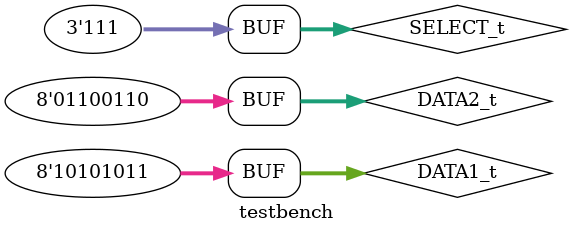
<source format=v>
module testbench;

    reg[7:0] DATA1_t, DATA2_t; // declaring 8bit inputs
    reg[2:0] SELECT_t; // declaring 3bit aluop code
    wire[7:0] RESULT_t; // 8bit output

    alu myalu(DATA1_t, DATA2_t, RESULT_t, SELECT_t); // instantiating a alu
    
    initial
    begin  // displaying inputs and outputs
        $monitor($time, " DATA1_t: %b, DATA2_t: %b, SELECT_t: %b, RESULT_t: %b", DATA1_t,DATA2_t, SELECT_t,RESULT_t);
    end

    initial
    begin
        DATA1_t = 8'b00001111;  // assigning values to check functionality
        DATA2_t = 8'b11110000;

        SELECT_t = 3'b001;  // add operation

        #10
        SELECT_t = 3'b010; //and operation

        #10
        SELECT_t = 3'b011; // or operation

        #10
        DATA1_t = 8'b10101011; // changing values of data1 and data2
        DATA2_t = 8'b01100110;

        #10
        SELECT_t = 3'b000; // mov operation

        #10
        SELECT_t = 3'b111; // unused bit combination, doesn't changing results

        

    end

endmodule
</source>
